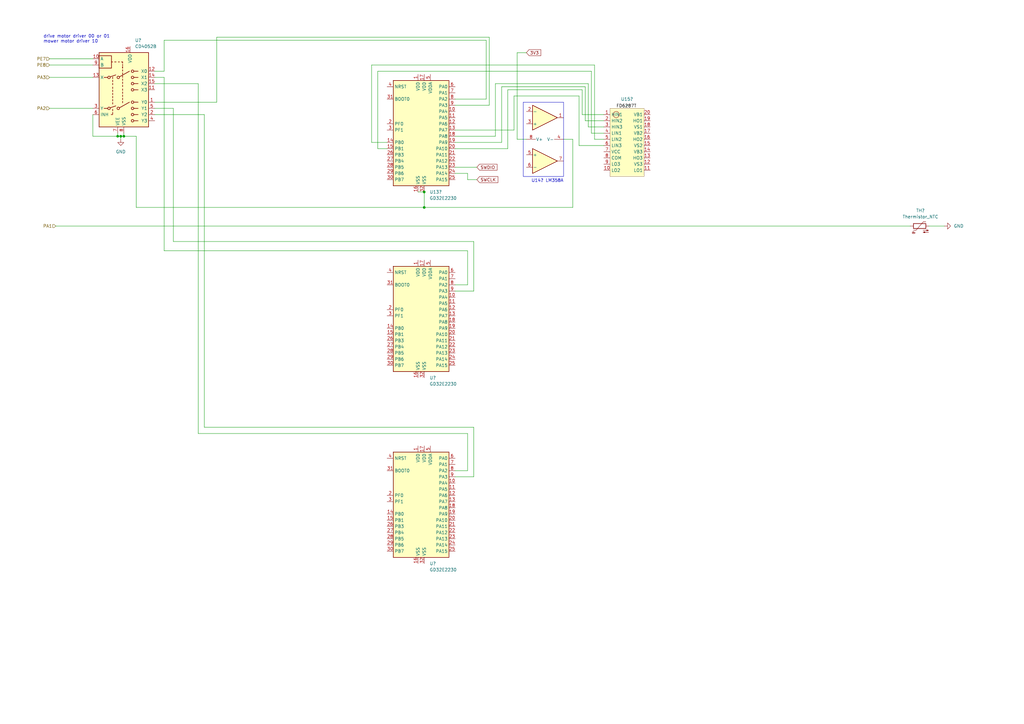
<source format=kicad_sch>
(kicad_sch (version 20231120) (generator "eeschema") (generator_version "8.0")
  (paper "A3")
  (lib_symbols
    (symbol "Amplifier_Operational:LM358" (pin_names (offset 0.127))
      (property "Reference" "U" (at 0 5.08 0))
      (property "Value" "LM358" (at 0 -5.08 0))
      (symbol "LM358_1_1"
        (polyline (pts (xy -5.08 5.08) (xy 5.08 0) (xy -5.08 -5.08) (xy -5.08 5.08)) (stroke (width 0.254)) (fill (type background)))
        (pin output line (at 7.62 0 180) (length 2.54) (name "~") (number "1"))
        (pin input line (at -7.62 -2.54 0) (length 2.54) (name "-") (number "2"))
        (pin input line (at -7.62 2.54 0) (length 2.54) (name "+") (number "3"))
      )
      (symbol "LM358_2_1"
        (polyline (pts (xy -5.08 5.08) (xy 5.08 0) (xy -5.08 -5.08) (xy -5.08 5.08)) (stroke (width 0.254)) (fill (type background)))
        (pin input line (at -7.62 2.54 0) (length 2.54) (name "+") (number "5"))
        (pin input line (at -7.62 -2.54 0) (length 2.54) (name "-") (number "6"))
        (pin output line (at 7.62 0 180) (length 2.54) (name "~") (number "7"))
      )
      (symbol "LM358_3_1"
        (pin power_in line (at -2.54 -7.62 90) (length 3.81) (name "V-") (number "4"))
        (pin power_in line (at -2.54 7.62 270) (length 3.81) (name "V+") (number "8"))
      )
    )
    (symbol "Analog_Switch:CD4052B"
      (property "Reference" "U" (at -10.16 16.51 0))
      (property "Value" "CD4052B" (at 3.81 16.51 0))
      (symbol "CD4052B_0_1"
        (rectangle (start -10.16 8.89) (end -5.08 13.97) (stroke (width 0.254)))
        (rectangle (start -10.16 15.24) (end 10.16 -15.24) (stroke (width 0.254)) (fill (type background)))
        (circle (center -6.096 -7.62) (radius 0.508) (stroke (width 0.254)))
        (circle (center -6.096 5.08) (radius 0.508) (stroke (width 0.254)))
        (circle (center -2.286 -7.62) (radius 0.508) (stroke (width 0.254)))
        (circle (center -2.286 5.08) (radius 0.508) (stroke (width 0.254)))
        (polyline (pts (xy -8.128 -7.62) (xy -6.604 -7.62)) (stroke (width 0.254)))
        (polyline (pts (xy -8.128 5.08) (xy -6.604 5.08)) (stroke (width 0.254)))
        (polyline (pts (xy -5.588 -7.366) (xy -3.302 -6.604)) (stroke (width 0.254)))
        (polyline (pts (xy -5.588 5.334) (xy -3.302 6.096)) (stroke (width 0.254)))
        (polyline (pts (xy -4.572 -10.16) (xy -5.207 -10.16)) (stroke (width 0.254)))
        (polyline (pts (xy -4.572 -9.906) (xy -4.572 -9.271)) (stroke (width 0.254)))
        (polyline (pts (xy -4.572 -8.636) (xy -4.572 -8.001)) (stroke (width 0.254)))
        (polyline (pts (xy -4.572 -5.842) (xy -4.572 -5.207)) (stroke (width 0.254)))
        (polyline (pts (xy -4.572 -4.572) (xy -4.572 -3.937)) (stroke (width 0.254)))
        (polyline (pts (xy -4.572 -3.302) (xy -4.572 -2.667)) (stroke (width 0.254)))
        (polyline (pts (xy -4.572 -2.032) (xy -4.572 -1.397)) (stroke (width 0.254)))
        (polyline (pts (xy -4.572 -0.762) (xy -4.572 -0.127)) (stroke (width 0.254)))
        (polyline (pts (xy -4.572 0.508) (xy -4.572 1.143)) (stroke (width 0.254)))
        (polyline (pts (xy -4.572 2.032) (xy -4.572 2.667)) (stroke (width 0.254)))
        (polyline (pts (xy -4.572 3.302) (xy -4.572 3.937)) (stroke (width 0.254)))
        (polyline (pts (xy -4.572 4.572) (xy -4.572 5.207)) (stroke (width 0.254)))
        (polyline (pts (xy -4.572 11.43) (xy -5.08 11.43)) (stroke (width 0.254)))
        (polyline (pts (xy -3.81 11.43) (xy -3.175 11.43)) (stroke (width 0.254)))
        (polyline (pts (xy -1.778 -7.366) (xy 2.286 -5.08)) (stroke (width 0.254)))
        (polyline (pts (xy -1.778 5.334) (xy 2.286 7.62)) (stroke (width 0.254)))
        (polyline (pts (xy -1.778 11.43) (xy -2.286 11.43)) (stroke (width 0.254)))
        (polyline (pts (xy -0.508 -5.334) (xy -0.508 -4.699)) (stroke (width 0.254)))
        (polyline (pts (xy -0.508 -4.064) (xy -0.508 -3.429)) (stroke (width 0.254)))
        (polyline (pts (xy -0.508 -2.794) (xy -0.508 -2.159)) (stroke (width 0.254)))
        (polyline (pts (xy -0.508 -1.524) (xy -0.508 -0.889)) (stroke (width 0.254)))
        (polyline (pts (xy -0.508 -0.254) (xy -0.508 0.381)) (stroke (width 0.254)))
        (polyline (pts (xy -0.508 1.27) (xy -0.508 1.905)) (stroke (width 0.254)))
        (polyline (pts (xy -0.508 2.54) (xy -0.508 3.175)) (stroke (width 0.254)))
        (polyline (pts (xy -0.508 3.81) (xy -0.508 4.445)) (stroke (width 0.254)))
        (polyline (pts (xy -0.508 5.08) (xy -0.508 5.715)) (stroke (width 0.254)))
        (polyline (pts (xy -0.508 6.35) (xy -0.508 6.985)) (stroke (width 0.254)))
        (polyline (pts (xy -0.508 7.62) (xy -0.508 8.255)) (stroke (width 0.254)))
        (polyline (pts (xy -0.508 8.89) (xy -0.508 9.398)) (stroke (width 0.254)))
        (polyline (pts (xy -0.508 8.89) (xy -0.508 9.525)) (stroke (width 0.254)))
        (polyline (pts (xy -0.508 9.906) (xy -0.508 10.414)) (stroke (width 0.254)))
        (polyline (pts (xy -0.508 10.922) (xy -0.508 11.43)) (stroke (width 0.254)))
        (polyline (pts (xy -0.508 11.43) (xy -1.016 11.43)) (stroke (width 0.254)))
        (polyline (pts (xy 4.064 -12.7) (xy 5.842 -12.7)) (stroke (width 0.254)))
        (polyline (pts (xy 4.064 -10.16) (xy 5.842 -10.16)) (stroke (width 0.254)))
        (polyline (pts (xy 4.064 -7.62) (xy 5.842 -7.62)) (stroke (width 0.254)))
        (polyline (pts (xy 4.064 -5.08) (xy 5.842 -5.08)) (stroke (width 0.254)))
        (polyline (pts (xy 4.064 0) (xy 5.842 0)) (stroke (width 0.254)))
        (polyline (pts (xy 4.064 2.54) (xy 5.842 2.54)) (stroke (width 0.254)))
        (polyline (pts (xy 4.064 5.08) (xy 5.842 5.08)) (stroke (width 0.254)))
        (polyline (pts (xy 4.064 7.62) (xy 5.842 7.62)) (stroke (width 0.254)))
        (circle (center 3.556 -12.7) (radius 0.508) (stroke (width 0.254)))
        (circle (center 3.556 -10.16) (radius 0.508) (stroke (width 0.254)))
        (circle (center 3.556 -7.62) (radius 0.508) (stroke (width 0.254)))
        (circle (center 3.556 -5.08) (radius 0.508) (stroke (width 0.254)))
        (circle (center 3.556 0) (radius 0.508) (stroke (width 0.254)))
        (circle (center 3.556 2.54) (radius 0.508) (stroke (width 0.254)))
        (circle (center 3.556 5.08) (radius 0.508) (stroke (width 0.254)))
        (circle (center 3.556 7.62) (radius 0.508) (stroke (width 0.254)))
      )
      (symbol "CD4052B_1_1"
        (pin bidirectional line (at 12.7 -5.08 180) (length 2.54) (name "Y0") (number "1"))
        (pin input line (at -12.7 12.7 0) (length 2.54) (name "A") (number "10"))
        (pin bidirectional line (at 12.7 0 180) (length 2.54) (name "X3") (number "11"))
        (pin bidirectional line (at 12.7 7.62 180) (length 2.54) (name "X0") (number "12"))
        (pin bidirectional line (at -12.7 5.08 0) (length 2.54) (name "X") (number "13"))
        (pin bidirectional line (at 12.7 5.08 180) (length 2.54) (name "X1") (number "14"))
        (pin bidirectional line (at 12.7 2.54 180) (length 2.54) (name "X2") (number "15"))
        (pin power_in line (at 2.54 17.78 270) (length 2.54) (name "VDD") (number "16"))
        (pin bidirectional line (at 12.7 -10.16 180) (length 2.54) (name "Y2") (number "2"))
        (pin bidirectional line (at -12.7 -7.62 0) (length 2.54) (name "Y") (number "3"))
        (pin bidirectional line (at 12.7 -12.7 180) (length 2.54) (name "Y3") (number "4"))
        (pin bidirectional line (at 12.7 -7.62 180) (length 2.54) (name "Y1") (number "5"))
        (pin input line (at -12.7 -10.16 0) (length 2.54) (name "INH") (number "6"))
        (pin power_in line (at -2.54 -17.78 90) (length 2.54) (name "VEE") (number "7"))
        (pin power_in line (at 0 -17.78 90) (length 2.54) (name "VSS") (number "8"))
        (pin input line (at -12.7 10.16 0) (length 2.54) (name "B") (number "9"))
      )
    )
    (symbol "Device:Thermistor_NTC" (pin_numbers hide) (pin_names (offset 0))
      (property "Reference" "TH" (at -4.445 0 90))
      (property "Value" "Thermistor_NTC" (at 3.175 0 90))
      (symbol "Thermistor_NTC_0_1"
        (arc (start -3.048 2.159) (mid -3.0495 2.3143) (end -3.175 2.413))
        (arc (start -3.048 2.159) (mid -2.9736 1.9794) (end -2.794 1.905))
        (arc (start -3.048 2.794) (mid -2.9736 2.6144) (end -2.794 2.54))
        (arc (start -2.794 1.905) (mid -2.6144 1.9794) (end -2.54 2.159))
        (arc (start -2.794 2.54) (mid -2.4393 2.5587) (end -2.159 2.794))
        (arc (start -2.794 3.048) (mid -2.9736 2.9736) (end -3.048 2.794))
        (arc (start -2.54 2.794) (mid -2.6144 2.9736) (end -2.794 3.048))
        (rectangle (start -1.016 2.54) (end 1.016 -2.54) (stroke (width 0.254)))
        (polyline (pts (xy -2.54 2.159) (xy -2.54 2.794)))
        (polyline (pts (xy -1.778 2.54) (xy -1.778 1.524) (xy 1.778 -1.524) (xy 1.778 -2.54)))
        (polyline (pts (xy -2.54 -3.683) (xy -2.54 -1.397) (xy -2.794 -2.159) (xy -2.286 -2.159) (xy -2.54 -1.397) (xy -2.54 -1.651)) (fill (type outline)))
        (polyline (pts (xy -1.778 -1.397) (xy -1.778 -3.683) (xy -2.032 -2.921) (xy -1.524 -2.921) (xy -1.778 -3.683) (xy -1.778 -3.429)) (fill (type outline)))
      )
      (symbol "Thermistor_NTC_1_1"
        (pin passive line (at 0 3.81 270) (length 1.27) (name "~") (number "1"))
        (pin passive line (at 0 -3.81 90) (length 1.27) (name "~") (number "2"))
      )
    )
    (symbol "FD6287T_1"
      (property "Reference" "U" (at 1.016 -13.97 0))
      (symbol "FD6287T_1_0_1"
        (rectangle (start -6.35 15.24) (end 7.62 -12.7) (stroke (width 0.0254) (color 72 0 0 1)) (fill (type background)))
        (circle (center -3.81 12.7) (radius 1.27))
      )
      (symbol "FD6287T_1_1_1"
        (pin unspecified line (at -8.89 12.7 0) (length 2.54) (name "HIN1") (number "1"))
        (pin unspecified line (at -8.89 -10.16 0) (length 2.54) (name "LO2") (number "10"))
        (pin unspecified line (at 10.16 -10.16 180) (length 2.54) (name "LO1") (number "11"))
        (pin unspecified line (at 10.16 -7.62 180) (length 2.54) (name "VS3") (number "12"))
        (pin unspecified line (at 10.16 -5.08 180) (length 2.54) (name "HO3") (number "13"))
        (pin unspecified line (at 10.16 -2.54 180) (length 2.54) (name "VB3") (number "14"))
        (pin unspecified line (at 10.16 0 180) (length 2.54) (name "VS2") (number "15"))
        (pin unspecified line (at 10.16 2.54 180) (length 2.54) (name "HO2") (number "16"))
        (pin unspecified line (at 10.16 5.08 180) (length 2.54) (name "VB2") (number "17"))
        (pin unspecified line (at 10.16 7.62 180) (length 2.54) (name "VS1") (number "18"))
        (pin unspecified line (at 10.16 10.16 180) (length 2.54) (name "HO1") (number "19"))
        (pin unspecified line (at -8.89 10.16 0) (length 2.54) (name "HIN2") (number "2"))
        (pin unspecified line (at 10.16 12.7 180) (length 2.54) (name "VB1") (number "20"))
        (pin unspecified line (at -8.89 7.62 0) (length 2.54) (name "HIN3") (number "3"))
        (pin unspecified line (at -8.89 5.08 0) (length 2.54) (name "LIN1") (number "4"))
        (pin unspecified line (at -8.89 2.54 0) (length 2.54) (name "LIN2") (number "5"))
        (pin unspecified line (at -8.89 0 0) (length 2.54) (name "LIN3") (number "6"))
        (pin unspecified line (at -8.89 -2.54 0) (length 2.54) (name "VCC") (number "7"))
        (pin unspecified line (at -8.89 -5.08 0) (length 2.54) (name "COM") (number "8"))
        (pin unspecified line (at -8.89 -7.62 0) (length 2.54) (name "LO3") (number "9"))
      )
    )
    (symbol "MCU_ST_STM32F0:STM32F030K6Tx"
      (property "Reference" "U" (at -12.7 21.59 0))
      (property "Value" "STM32F030K6Tx" (at 5.08 21.59 0))
      (symbol "STM32F030K6Tx_0_1"
        (rectangle (start -12.7 -22.86) (end 10.16 20.32) (stroke (width 0.254)) (fill (type background)))
      )
      (symbol "STM32F030K6Tx_1_1"
        (pin power_in line (at -2.54 22.86 270) (length 2.54) (name "VDD") (number "1"))
        (pin bidirectional line (at 12.7 7.62 180) (length 2.54) (name "PA4") (number "10"))
        (pin bidirectional line (at 12.7 5.08 180) (length 2.54) (name "PA5") (number "11"))
        (pin bidirectional line (at 12.7 2.54 180) (length 2.54) (name "PA6") (number "12"))
        (pin bidirectional line (at 12.7 0 180) (length 2.54) (name "PA7") (number "13"))
        (pin bidirectional line (at -15.24 -5.08 0) (length 2.54) (name "PB0") (number "14"))
        (pin bidirectional line (at -15.24 -7.62 0) (length 2.54) (name "PB1") (number "15"))
        (pin power_in line (at -2.54 -25.4 90) (length 2.54) (name "VSS") (number "16"))
        (pin power_in line (at 0 22.86 270) (length 2.54) (name "VDD") (number "17"))
        (pin bidirectional line (at 12.7 -2.54 180) (length 2.54) (name "PA8") (number "18"))
        (pin bidirectional line (at 12.7 -5.08 180) (length 2.54) (name "PA9") (number "19"))
        (pin input line (at -15.24 2.54 0) (length 2.54) (name "PF0") (number "2"))
        (pin bidirectional line (at 12.7 -7.62 180) (length 2.54) (name "PA10") (number "20"))
        (pin bidirectional line (at 12.7 -10.16 180) (length 2.54) (name "PA11") (number "21"))
        (pin bidirectional line (at 12.7 -12.7 180) (length 2.54) (name "PA12") (number "22"))
        (pin bidirectional line (at 12.7 -15.24 180) (length 2.54) (name "PA13") (number "23"))
        (pin bidirectional line (at 12.7 -17.78 180) (length 2.54) (name "PA14") (number "24"))
        (pin bidirectional line (at 12.7 -20.32 180) (length 2.54) (name "PA15") (number "25"))
        (pin bidirectional line (at -15.24 -10.16 0) (length 2.54) (name "PB3") (number "26"))
        (pin bidirectional line (at -15.24 -12.7 0) (length 2.54) (name "PB4") (number "27"))
        (pin bidirectional line (at -15.24 -15.24 0) (length 2.54) (name "PB5") (number "28"))
        (pin bidirectional line (at -15.24 -17.78 0) (length 2.54) (name "PB6") (number "29"))
        (pin input line (at -15.24 0 0) (length 2.54) (name "PF1") (number "3"))
        (pin bidirectional line (at -15.24 -20.32 0) (length 2.54) (name "PB7") (number "30"))
        (pin input line (at -15.24 12.7 0) (length 2.54) (name "BOOT0") (number "31"))
        (pin power_in line (at 0 -25.4 90) (length 2.54) (name "VSS") (number "32"))
        (pin input line (at -15.24 17.78 0) (length 2.54) (name "NRST") (number "4"))
        (pin power_in line (at 2.54 22.86 270) (length 2.54) (name "VDDA") (number "5"))
        (pin bidirectional line (at 12.7 17.78 180) (length 2.54) (name "PA0") (number "6"))
        (pin bidirectional line (at 12.7 15.24 180) (length 2.54) (name "PA1") (number "7"))
        (pin bidirectional line (at 12.7 12.7 180) (length 2.54) (name "PA2") (number "8"))
        (pin bidirectional line (at 12.7 10.16 180) (length 2.54) (name "PA3") (number "9"))
      )
    )
    (symbol "power:GND" (power) (pin_names (offset 0))
      (property "Value" "GND" (at 0 -3.81 0))
      (symbol "GND_0_1"
        (polyline (pts (xy 0 0) (xy 0 -1.27) (xy 1.27 -1.27) (xy 0 -2.54) (xy -1.27 -1.27) (xy 0 -1.27)))
      )
      (symbol "GND_1_1"
        (pin power_in line (at 0 0 270) (length 0) hide (name "GND") (number "1"))
      )
    )
  )
  (junction (at 173.99 78.74))
  (junction (at 49.53 55.88))
  (junction (at 173.99 85.09))
  (junction (at 48.26 55.88))
  (junction (at 50.8 55.88))
  (wire (pts (xy 55.88 55.88) (xy 55.88 85.09)))
  (wire (pts (xy 191.77 116.84) (xy 186.69 116.84)))
  (wire (pts (xy 194.31 175.26) (xy 83.82 175.26)))
  (wire (pts (xy 63.5 41.91) (xy 88.9 41.91)))
  (wire (pts (xy 212.09 21.59) (xy 215.9 21.59)))
  (wire (pts (xy 71.12 44.45) (xy 63.5 44.45)))
  (wire (pts (xy 173.99 85.09) (xy 55.88 85.09)))
  (wire (pts (xy 191.77 177.8) (xy 191.77 193.04)))
  (wire (pts (xy 48.26 55.88) (xy 49.53 55.88)))
  (wire (pts (xy 154.94 29.21) (xy 242.57 29.21)))
  (wire (pts (xy 191.77 102.87) (xy 191.77 116.84)))
  (wire (pts (xy 38.1 55.88) (xy 48.26 55.88)))
  (wire (pts (xy 63.5 46.99) (xy 83.82 46.99)))
  (wire (pts (xy 240.03 49.53) (xy 247.65 49.53)))
  (wire (pts (xy 55.88 55.88) (xy 50.8 55.88)))
  (wire (pts (xy 191.77 71.12) (xy 191.77 73.66)))
  (wire (pts (xy 210.82 39.37) (xy 237.49 39.37)))
  (wire (pts (xy 67.31 102.87) (xy 191.77 102.87)))
  (wire (pts (xy 199.39 16.51) (xy 199.39 40.64)))
  (wire (pts (xy 240.03 35.56) (xy 240.03 49.53)))
  (wire (pts (xy 231.14 57.15) (xy 234.95 57.15)))
  (wire (pts (xy 48.26 54.61) (xy 48.26 55.88)))
  (wire (pts (xy 88.9 41.91) (xy 88.9 15.24)))
  (wire (pts (xy 243.84 57.15) (xy 247.65 57.15)))
  (wire (pts (xy 186.69 195.58) (xy 194.31 195.58)))
  (wire (pts (xy 194.31 195.58) (xy 194.31 175.26)))
  (wire (pts (xy 210.82 53.34) (xy 210.82 39.37)))
  (wire (pts (xy 381 92.71) (xy 387.35 92.71)))
  (wire (pts (xy 186.69 40.64) (xy 199.39 40.64)))
  (wire (pts (xy 49.53 55.88) (xy 49.53 57.15)))
  (wire (pts (xy 152.4 26.67) (xy 243.84 26.67)))
  (wire (pts (xy 191.77 73.66) (xy 195.58 73.66)))
  (wire (pts (xy 20.32 31.75) (xy 38.1 31.75)))
  (wire (pts (xy 238.76 36.83) (xy 238.76 46.99)))
  (wire (pts (xy 22.86 92.71) (xy 373.38 92.71)))
  (wire (pts (xy 212.09 57.15) (xy 215.9 57.15)))
  (wire (pts (xy 158.75 58.42) (xy 152.4 58.42)))
  (wire (pts (xy 20.32 24.13) (xy 38.1 24.13)))
  (wire (pts (xy 241.3 34.29) (xy 241.3 52.07)))
  (wire (pts (xy 203.2 34.29) (xy 241.3 34.29)))
  (wire (pts (xy 20.32 44.45) (xy 38.1 44.45)))
  (wire (pts (xy 186.69 53.34) (xy 210.82 53.34)))
  (wire (pts (xy 67.31 31.75) (xy 67.31 102.87)))
  (wire (pts (xy 237.49 39.37) (xy 237.49 59.69)))
  (wire (pts (xy 205.74 35.56) (xy 240.03 35.56)))
  (wire (pts (xy 63.5 31.75) (xy 67.31 31.75)))
  (wire (pts (xy 237.49 59.69) (xy 247.65 59.69)))
  (wire (pts (xy 200.66 15.24) (xy 200.66 43.18)))
  (wire (pts (xy 243.84 26.67) (xy 243.84 57.15)))
  (wire (pts (xy 208.28 36.83) (xy 238.76 36.83)))
  (wire (pts (xy 50.8 55.88) (xy 49.53 55.88)))
  (wire (pts (xy 81.28 177.8) (xy 191.77 177.8)))
  (wire (pts (xy 152.4 58.42) (xy 152.4 26.67)))
  (wire (pts (xy 205.74 58.42) (xy 205.74 35.56)))
  (wire (pts (xy 208.28 60.96) (xy 208.28 36.83)))
  (wire (pts (xy 242.57 54.61) (xy 247.65 54.61)))
  (wire (pts (xy 186.69 43.18) (xy 200.66 43.18)))
  (wire (pts (xy 67.31 29.21) (xy 63.5 29.21)))
  (wire (pts (xy 50.8 54.61) (xy 50.8 55.88)))
  (wire (pts (xy 186.69 60.96) (xy 208.28 60.96)))
  (wire (pts (xy 173.99 78.74) (xy 173.99 85.09)))
  (wire (pts (xy 171.45 78.74) (xy 173.99 78.74)))
  (wire (pts (xy 186.69 58.42) (xy 205.74 58.42)))
  (wire (pts (xy 194.31 119.38) (xy 194.31 99.06)))
  (wire (pts (xy 186.69 55.88) (xy 203.2 55.88)))
  (wire (pts (xy 63.5 34.29) (xy 81.28 34.29)))
  (wire (pts (xy 234.95 85.09) (xy 173.99 85.09)))
  (wire (pts (xy 194.31 99.06) (xy 71.12 99.06)))
  (wire (pts (xy 20.32 26.67) (xy 38.1 26.67)))
  (wire (pts (xy 88.9 15.24) (xy 200.66 15.24)))
  (wire (pts (xy 186.69 71.12) (xy 191.77 71.12)))
  (wire (pts (xy 191.77 193.04) (xy 186.69 193.04)))
  (wire (pts (xy 199.39 16.51) (xy 67.31 16.51)))
  (wire (pts (xy 234.95 57.15) (xy 234.95 85.09)))
  (wire (pts (xy 158.75 60.96) (xy 154.94 60.96)))
  (wire (pts (xy 186.69 119.38) (xy 194.31 119.38)))
  (wire (pts (xy 238.76 46.99) (xy 247.65 46.99)))
  (wire (pts (xy 242.57 29.21) (xy 242.57 54.61)))
  (wire (pts (xy 186.69 68.58) (xy 195.58 68.58)))
  (wire (pts (xy 83.82 175.26) (xy 83.82 46.99)))
  (wire (pts (xy 67.31 16.51) (xy 67.31 29.21)))
  (wire (pts (xy 241.3 52.07) (xy 247.65 52.07)))
  (wire (pts (xy 203.2 55.88) (xy 203.2 34.29)))
  (wire (pts (xy 154.94 60.96) (xy 154.94 29.21)))
  (wire (pts (xy 212.09 21.59) (xy 212.09 57.15)))
  (wire (pts (xy 71.12 99.06) (xy 71.12 44.45)))
  (wire (pts (xy 81.28 34.29) (xy 81.28 177.8)))
  (wire (pts (xy 38.1 46.99) (xy 38.1 55.88)))
  (rectangle (start 214.63 41.91) (end 231.14 72.39))
  (text "U14? LM358A" (at 224.536 74.168 0) (effects (font (size 1.27 1.27))))
  (text "drive motor driver 00 or 01\nmower motor driver 10" (at 17.78 17.78 0) (effects (font (size 1.27 1.27)) (justify left bottom)))
  (label "FD6287T" (at 252.73 44.45 0))
  (global_label "SWDIO" (shape input) (at 195.58 68.58 0) (property "Intersheetrefs" "${INTERSHEET_REFS}" (effects (hide yes))))
  (global_label "SWCLK" (shape input) (at 195.58 73.66 0) (property "Intersheetrefs" "${INTERSHEET_REFS}" (effects (hide yes))))
  (global_label "3V3" (shape input) (at 215.9 21.59 0) (property "Intersheetrefs" "${INTERSHEET_REFS}" (effects (hide yes))))
  (hierarchical_label "PE7" (shape input) (at 20.32 24.13 180))
  (hierarchical_label "PE8" (shape input) (at 20.32 26.67 180))
  (hierarchical_label "PA1" (shape input) (at 22.86 92.71 180))
  (hierarchical_label "PA2" (shape input) (at 20.32 44.45 180))
  (hierarchical_label "PA3" (shape input) (at 20.32 31.75 180))
  (symbol (lib_id "MCU_ST_STM32F0:STM32F030K6Tx") (at 173.99 205.74 0) (unit 1)
    (property "Reference" "U?" (at 176.1841 231.14 0) (effects (justify left)))
    (property "Value" "GD32E2230" (at 176.1841 233.68 0) (effects (justify left)))
    (property "Footprint" "Package_QFP:LQFP-32_7x7mm_P0.8mm" (effects (hide yes)))
    (property "Datasheet" "http://www.st.com/st-web-ui/static/active/en/resource/technical/document/datasheet/DM00088500.pdf" (effects (hide yes)))
  )
  (symbol (lib_id "Analog_Switch:CD4052B") (at 50.8 36.83 0) (unit 1)
    (property "Reference" "U?" (at 55.3594 16.51 0) (effects (justify left)))
    (property "Value" "CD4052B" (at 55.3594 19.05 0) (effects (justify left)))
    (property "Datasheet" "http://www.ti.com/lit/ds/symlink/cd4052b.pdf" (effects (hide yes)))
  )
  (symbol (lib_id "Amplifier_Operational:LM358") (at 223.52 54.61 90) (unit 3)
    (property "Reference" "U1" (effects (hide yes)))
    (property "Value" "LM358" (effects (hide yes)))
    (property "Datasheet" "http://www.ti.com/lit/ds/symlink/lm2904-n.pdf" (effects (hide yes)))
    (property "Description" "Low-Power, Dual Operational Amplifiers, DIP-8/SOIC-8/TO-99-8" (effects (hide yes)))
  )
  (symbol (lib_id "power:GND") (at 49.53 57.15 0) (unit 1)
    (property "Reference" "#PWR0147" (effects (hide yes)))
    (property "Value" "GND" (at 49.53 62.23 0))
  )
  (symbol (lib_id "MCU_ST_STM32F0:STM32F030K6Tx") (at 173.99 129.54 0) (unit 1)
    (property "Reference" "U?" (at 176.1841 154.94 0) (effects (justify left)))
    (property "Value" "GD32E2230" (at 176.1841 157.48 0) (effects (justify left)))
    (property "Footprint" "Package_QFP:LQFP-32_7x7mm_P0.8mm" (effects (hide yes)))
    (property "Datasheet" "http://www.st.com/st-web-ui/static/active/en/resource/technical/document/datasheet/DM00088500.pdf" (effects (hide yes)))
  )
  (symbol (lib_id "MCU_ST_STM32F0:STM32F030K6Tx") (at 173.99 53.34 0) (unit 1)
    (property "Reference" "U13?" (at 176.1841 78.74 0) (effects (justify left)))
    (property "Value" "GD32E2230" (at 176.1841 81.28 0) (effects (justify left)))
    (property "Footprint" "Package_QFP:LQFP-32_7x7mm_P0.8mm" (effects (hide yes)))
    (property "Datasheet" "http://www.st.com/st-web-ui/static/active/en/resource/technical/document/datasheet/DM00088500.pdf" (effects (hide yes)))
  )
  (symbol (lib_id "Device:Thermistor_NTC") (at 377.19 92.71 90) (unit 1)
    (property "Reference" "TH?" (at 377.5075 86.36 90))
    (property "Value" "Thermistor_NTC" (at 377.5075 88.9 90))
  )
  (symbol (lib_name "FD6287T_1") (lib_id "PMRA:FD6287T") (at 256.54 59.69 0) (unit 1)
    (property "Reference" "U15?" (at 257.175 40.64 0))
    (property "Value" "~" (at 257.175 43.18 0))
  )
  (symbol (lib_id "Amplifier_Operational:LM358") (at 223.52 48.26 0) (mirror x) (unit 1)
    (property "Reference" "U?" (effects (hide yes)))
    (property "Value" "LM358" (effects (hide yes)))
    (property "Datasheet" "http://www.ti.com/lit/ds/symlink/lm2904-n.pdf" (effects (hide yes)))
    (property "Description" "Low-Power, Dual Operational Amplifiers, DIP-8/SOIC-8/TO-99-8" (effects (hide yes)))
  )
  (symbol (lib_id "Amplifier_Operational:LM358") (at 223.52 66.04 0) (unit 2)
    (property "Reference" "U?" (effects (hide yes)))
    (property "Value" "LM358" (effects (hide yes)))
    (property "Datasheet" "http://www.ti.com/lit/ds/symlink/lm2904-n.pdf" (effects (hide yes)))
    (property "Description" "Low-Power, Dual Operational Amplifiers, DIP-8/SOIC-8/TO-99-8" (effects (hide yes)))
  )
  (symbol (lib_id "power:GND") (at 387.35 92.71 90) (unit 1)
    (property "Reference" "#PWR0146" (effects (hide yes)))
    (property "Value" "GND" (at 391.16 92.7099 90) (effects (justify right)))
  )
)
</source>
